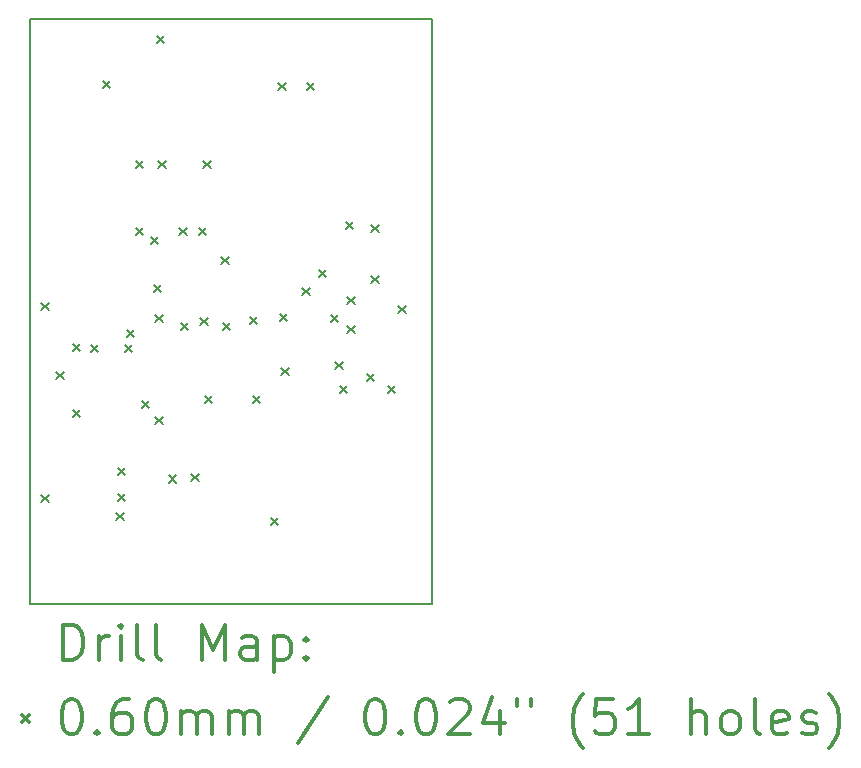
<source format=gbr>
%FSLAX45Y45*%
G04 Gerber Fmt 4.5, Leading zero omitted, Abs format (unit mm)*
G04 Created by KiCad (PCBNEW (5.1.0)-1) date 2019-05-30 14:50:00*
%MOMM*%
%LPD*%
G04 APERTURE LIST*
%ADD10C,0.150000*%
%ADD11C,0.200000*%
%ADD12C,0.300000*%
G04 APERTURE END LIST*
D10*
X13148300Y-12976360D02*
X16551920Y-12976360D01*
X16551920Y-12976360D02*
X16551920Y-8024360D01*
X16551920Y-8024360D02*
X13148300Y-8024360D01*
X13148300Y-8024360D02*
X13148300Y-12976360D01*
D11*
X13242760Y-10429220D02*
X13302760Y-10489220D01*
X13302760Y-10429220D02*
X13242760Y-10489220D01*
X13242760Y-12054820D02*
X13302760Y-12114820D01*
X13302760Y-12054820D02*
X13242760Y-12114820D01*
X13369760Y-11013420D02*
X13429760Y-11073420D01*
X13429760Y-11013420D02*
X13369760Y-11073420D01*
X13509460Y-10772120D02*
X13569460Y-10832120D01*
X13569460Y-10772120D02*
X13509460Y-10832120D01*
X13509460Y-11330920D02*
X13569460Y-11390920D01*
X13569460Y-11330920D02*
X13509460Y-11390920D01*
X13661860Y-10782280D02*
X13721860Y-10842280D01*
X13721860Y-10782280D02*
X13661860Y-10842280D01*
X13763460Y-8549620D02*
X13823460Y-8609620D01*
X13823460Y-8549620D02*
X13763460Y-8609620D01*
X13877760Y-12207220D02*
X13937760Y-12267220D01*
X13937760Y-12207220D02*
X13877760Y-12267220D01*
X13890460Y-11826220D02*
X13950460Y-11886220D01*
X13950460Y-11826220D02*
X13890460Y-11886220D01*
X13890460Y-12042120D02*
X13950460Y-12102120D01*
X13950460Y-12042120D02*
X13890460Y-12102120D01*
X13951420Y-10782280D02*
X14011420Y-10842280D01*
X14011420Y-10782280D02*
X13951420Y-10842280D01*
X13966660Y-10657820D02*
X14026660Y-10717820D01*
X14026660Y-10657820D02*
X13966660Y-10717820D01*
X14042860Y-9222720D02*
X14102860Y-9282720D01*
X14102860Y-9222720D02*
X14042860Y-9282720D01*
X14042860Y-9794220D02*
X14102860Y-9854220D01*
X14102860Y-9794220D02*
X14042860Y-9854220D01*
X14093660Y-11254720D02*
X14153660Y-11314720D01*
X14153660Y-11254720D02*
X14093660Y-11314720D01*
X14169860Y-9870420D02*
X14229860Y-9930420D01*
X14229860Y-9870420D02*
X14169860Y-9930420D01*
X14195260Y-10276820D02*
X14255260Y-10336820D01*
X14255260Y-10276820D02*
X14195260Y-10336820D01*
X14207960Y-10530820D02*
X14267960Y-10590820D01*
X14267960Y-10530820D02*
X14207960Y-10590820D01*
X14207960Y-11394420D02*
X14267960Y-11454420D01*
X14267960Y-11394420D02*
X14207960Y-11454420D01*
X14220660Y-8168620D02*
X14280660Y-8228620D01*
X14280660Y-8168620D02*
X14220660Y-8228620D01*
X14233360Y-9222720D02*
X14293360Y-9282720D01*
X14293360Y-9222720D02*
X14233360Y-9282720D01*
X14322260Y-11887180D02*
X14382260Y-11947180D01*
X14382260Y-11887180D02*
X14322260Y-11947180D01*
X14411160Y-9794220D02*
X14471160Y-9854220D01*
X14471160Y-9794220D02*
X14411160Y-9854220D01*
X14423860Y-10594320D02*
X14483860Y-10654320D01*
X14483860Y-10594320D02*
X14423860Y-10654320D01*
X14512760Y-11877020D02*
X14572760Y-11937020D01*
X14572760Y-11877020D02*
X14512760Y-11937020D01*
X14576260Y-9794220D02*
X14636260Y-9854220D01*
X14636260Y-9794220D02*
X14576260Y-9854220D01*
X14588960Y-10556220D02*
X14648960Y-10616220D01*
X14648960Y-10556220D02*
X14588960Y-10616220D01*
X14614360Y-9222720D02*
X14674360Y-9282720D01*
X14674360Y-9222720D02*
X14614360Y-9282720D01*
X14627060Y-11216620D02*
X14687060Y-11276620D01*
X14687060Y-11216620D02*
X14627060Y-11276620D01*
X14766760Y-10035520D02*
X14826760Y-10095520D01*
X14826760Y-10035520D02*
X14766760Y-10095520D01*
X14779460Y-10594320D02*
X14839460Y-10654320D01*
X14839460Y-10594320D02*
X14779460Y-10654320D01*
X15008060Y-10543520D02*
X15068060Y-10603520D01*
X15068060Y-10543520D02*
X15008060Y-10603520D01*
X15033460Y-11216620D02*
X15093460Y-11276620D01*
X15093460Y-11216620D02*
X15033460Y-11276620D01*
X15185860Y-12245320D02*
X15245860Y-12305320D01*
X15245860Y-12245320D02*
X15185860Y-12305320D01*
X15249360Y-8562320D02*
X15309360Y-8622320D01*
X15309360Y-8562320D02*
X15249360Y-8622320D01*
X15262060Y-10518120D02*
X15322060Y-10578120D01*
X15322060Y-10518120D02*
X15262060Y-10578120D01*
X15274760Y-10975320D02*
X15334760Y-11035320D01*
X15334760Y-10975320D02*
X15274760Y-11035320D01*
X15452560Y-10302220D02*
X15512560Y-10362220D01*
X15512560Y-10302220D02*
X15452560Y-10362220D01*
X15490660Y-8562320D02*
X15550660Y-8622320D01*
X15550660Y-8562320D02*
X15490660Y-8622320D01*
X15592260Y-10149820D02*
X15652260Y-10209820D01*
X15652260Y-10149820D02*
X15592260Y-10209820D01*
X15693860Y-10530820D02*
X15753860Y-10590820D01*
X15753860Y-10530820D02*
X15693860Y-10590820D01*
X15731960Y-10924520D02*
X15791960Y-10984520D01*
X15791960Y-10924520D02*
X15731960Y-10984520D01*
X15770060Y-11127720D02*
X15830060Y-11187720D01*
X15830060Y-11127720D02*
X15770060Y-11187720D01*
X15820860Y-9743420D02*
X15880860Y-9803420D01*
X15880860Y-9743420D02*
X15820860Y-9803420D01*
X15833560Y-10378420D02*
X15893560Y-10438420D01*
X15893560Y-10378420D02*
X15833560Y-10438420D01*
X15833560Y-10619720D02*
X15893560Y-10679720D01*
X15893560Y-10619720D02*
X15833560Y-10679720D01*
X15998660Y-11026120D02*
X16058660Y-11086120D01*
X16058660Y-11026120D02*
X15998660Y-11086120D01*
X16036760Y-9768820D02*
X16096760Y-9828820D01*
X16096760Y-9768820D02*
X16036760Y-9828820D01*
X16036760Y-10200620D02*
X16096760Y-10260620D01*
X16096760Y-10200620D02*
X16036760Y-10260620D01*
X16176460Y-11127720D02*
X16236460Y-11187720D01*
X16236460Y-11127720D02*
X16176460Y-11187720D01*
X16265360Y-10454620D02*
X16325360Y-10514620D01*
X16325360Y-10454620D02*
X16265360Y-10514620D01*
D12*
X13427228Y-13449574D02*
X13427228Y-13149574D01*
X13498657Y-13149574D01*
X13541514Y-13163860D01*
X13570086Y-13192431D01*
X13584371Y-13221003D01*
X13598657Y-13278146D01*
X13598657Y-13321003D01*
X13584371Y-13378146D01*
X13570086Y-13406717D01*
X13541514Y-13435289D01*
X13498657Y-13449574D01*
X13427228Y-13449574D01*
X13727228Y-13449574D02*
X13727228Y-13249574D01*
X13727228Y-13306717D02*
X13741514Y-13278146D01*
X13755800Y-13263860D01*
X13784371Y-13249574D01*
X13812943Y-13249574D01*
X13912943Y-13449574D02*
X13912943Y-13249574D01*
X13912943Y-13149574D02*
X13898657Y-13163860D01*
X13912943Y-13178146D01*
X13927228Y-13163860D01*
X13912943Y-13149574D01*
X13912943Y-13178146D01*
X14098657Y-13449574D02*
X14070086Y-13435289D01*
X14055800Y-13406717D01*
X14055800Y-13149574D01*
X14255800Y-13449574D02*
X14227228Y-13435289D01*
X14212943Y-13406717D01*
X14212943Y-13149574D01*
X14598657Y-13449574D02*
X14598657Y-13149574D01*
X14698657Y-13363860D01*
X14798657Y-13149574D01*
X14798657Y-13449574D01*
X15070086Y-13449574D02*
X15070086Y-13292431D01*
X15055800Y-13263860D01*
X15027228Y-13249574D01*
X14970086Y-13249574D01*
X14941514Y-13263860D01*
X15070086Y-13435289D02*
X15041514Y-13449574D01*
X14970086Y-13449574D01*
X14941514Y-13435289D01*
X14927228Y-13406717D01*
X14927228Y-13378146D01*
X14941514Y-13349574D01*
X14970086Y-13335289D01*
X15041514Y-13335289D01*
X15070086Y-13321003D01*
X15212943Y-13249574D02*
X15212943Y-13549574D01*
X15212943Y-13263860D02*
X15241514Y-13249574D01*
X15298657Y-13249574D01*
X15327228Y-13263860D01*
X15341514Y-13278146D01*
X15355800Y-13306717D01*
X15355800Y-13392431D01*
X15341514Y-13421003D01*
X15327228Y-13435289D01*
X15298657Y-13449574D01*
X15241514Y-13449574D01*
X15212943Y-13435289D01*
X15484371Y-13421003D02*
X15498657Y-13435289D01*
X15484371Y-13449574D01*
X15470086Y-13435289D01*
X15484371Y-13421003D01*
X15484371Y-13449574D01*
X15484371Y-13263860D02*
X15498657Y-13278146D01*
X15484371Y-13292431D01*
X15470086Y-13278146D01*
X15484371Y-13263860D01*
X15484371Y-13292431D01*
X13080800Y-13913860D02*
X13140800Y-13973860D01*
X13140800Y-13913860D02*
X13080800Y-13973860D01*
X13484371Y-13779574D02*
X13512943Y-13779574D01*
X13541514Y-13793860D01*
X13555800Y-13808146D01*
X13570086Y-13836717D01*
X13584371Y-13893860D01*
X13584371Y-13965289D01*
X13570086Y-14022431D01*
X13555800Y-14051003D01*
X13541514Y-14065289D01*
X13512943Y-14079574D01*
X13484371Y-14079574D01*
X13455800Y-14065289D01*
X13441514Y-14051003D01*
X13427228Y-14022431D01*
X13412943Y-13965289D01*
X13412943Y-13893860D01*
X13427228Y-13836717D01*
X13441514Y-13808146D01*
X13455800Y-13793860D01*
X13484371Y-13779574D01*
X13712943Y-14051003D02*
X13727228Y-14065289D01*
X13712943Y-14079574D01*
X13698657Y-14065289D01*
X13712943Y-14051003D01*
X13712943Y-14079574D01*
X13984371Y-13779574D02*
X13927228Y-13779574D01*
X13898657Y-13793860D01*
X13884371Y-13808146D01*
X13855800Y-13851003D01*
X13841514Y-13908146D01*
X13841514Y-14022431D01*
X13855800Y-14051003D01*
X13870086Y-14065289D01*
X13898657Y-14079574D01*
X13955800Y-14079574D01*
X13984371Y-14065289D01*
X13998657Y-14051003D01*
X14012943Y-14022431D01*
X14012943Y-13951003D01*
X13998657Y-13922431D01*
X13984371Y-13908146D01*
X13955800Y-13893860D01*
X13898657Y-13893860D01*
X13870086Y-13908146D01*
X13855800Y-13922431D01*
X13841514Y-13951003D01*
X14198657Y-13779574D02*
X14227228Y-13779574D01*
X14255800Y-13793860D01*
X14270086Y-13808146D01*
X14284371Y-13836717D01*
X14298657Y-13893860D01*
X14298657Y-13965289D01*
X14284371Y-14022431D01*
X14270086Y-14051003D01*
X14255800Y-14065289D01*
X14227228Y-14079574D01*
X14198657Y-14079574D01*
X14170086Y-14065289D01*
X14155800Y-14051003D01*
X14141514Y-14022431D01*
X14127228Y-13965289D01*
X14127228Y-13893860D01*
X14141514Y-13836717D01*
X14155800Y-13808146D01*
X14170086Y-13793860D01*
X14198657Y-13779574D01*
X14427228Y-14079574D02*
X14427228Y-13879574D01*
X14427228Y-13908146D02*
X14441514Y-13893860D01*
X14470086Y-13879574D01*
X14512943Y-13879574D01*
X14541514Y-13893860D01*
X14555800Y-13922431D01*
X14555800Y-14079574D01*
X14555800Y-13922431D02*
X14570086Y-13893860D01*
X14598657Y-13879574D01*
X14641514Y-13879574D01*
X14670086Y-13893860D01*
X14684371Y-13922431D01*
X14684371Y-14079574D01*
X14827228Y-14079574D02*
X14827228Y-13879574D01*
X14827228Y-13908146D02*
X14841514Y-13893860D01*
X14870086Y-13879574D01*
X14912943Y-13879574D01*
X14941514Y-13893860D01*
X14955800Y-13922431D01*
X14955800Y-14079574D01*
X14955800Y-13922431D02*
X14970086Y-13893860D01*
X14998657Y-13879574D01*
X15041514Y-13879574D01*
X15070086Y-13893860D01*
X15084371Y-13922431D01*
X15084371Y-14079574D01*
X15670086Y-13765289D02*
X15412943Y-14151003D01*
X16055800Y-13779574D02*
X16084371Y-13779574D01*
X16112943Y-13793860D01*
X16127228Y-13808146D01*
X16141514Y-13836717D01*
X16155800Y-13893860D01*
X16155800Y-13965289D01*
X16141514Y-14022431D01*
X16127228Y-14051003D01*
X16112943Y-14065289D01*
X16084371Y-14079574D01*
X16055800Y-14079574D01*
X16027228Y-14065289D01*
X16012943Y-14051003D01*
X15998657Y-14022431D01*
X15984371Y-13965289D01*
X15984371Y-13893860D01*
X15998657Y-13836717D01*
X16012943Y-13808146D01*
X16027228Y-13793860D01*
X16055800Y-13779574D01*
X16284371Y-14051003D02*
X16298657Y-14065289D01*
X16284371Y-14079574D01*
X16270086Y-14065289D01*
X16284371Y-14051003D01*
X16284371Y-14079574D01*
X16484371Y-13779574D02*
X16512943Y-13779574D01*
X16541514Y-13793860D01*
X16555800Y-13808146D01*
X16570086Y-13836717D01*
X16584371Y-13893860D01*
X16584371Y-13965289D01*
X16570086Y-14022431D01*
X16555800Y-14051003D01*
X16541514Y-14065289D01*
X16512943Y-14079574D01*
X16484371Y-14079574D01*
X16455800Y-14065289D01*
X16441514Y-14051003D01*
X16427228Y-14022431D01*
X16412943Y-13965289D01*
X16412943Y-13893860D01*
X16427228Y-13836717D01*
X16441514Y-13808146D01*
X16455800Y-13793860D01*
X16484371Y-13779574D01*
X16698657Y-13808146D02*
X16712943Y-13793860D01*
X16741514Y-13779574D01*
X16812943Y-13779574D01*
X16841514Y-13793860D01*
X16855800Y-13808146D01*
X16870086Y-13836717D01*
X16870086Y-13865289D01*
X16855800Y-13908146D01*
X16684371Y-14079574D01*
X16870086Y-14079574D01*
X17127228Y-13879574D02*
X17127228Y-14079574D01*
X17055800Y-13765289D02*
X16984371Y-13979574D01*
X17170086Y-13979574D01*
X17270086Y-13779574D02*
X17270086Y-13836717D01*
X17384371Y-13779574D02*
X17384371Y-13836717D01*
X17827228Y-14193860D02*
X17812943Y-14179574D01*
X17784371Y-14136717D01*
X17770086Y-14108146D01*
X17755800Y-14065289D01*
X17741514Y-13993860D01*
X17741514Y-13936717D01*
X17755800Y-13865289D01*
X17770086Y-13822431D01*
X17784371Y-13793860D01*
X17812943Y-13751003D01*
X17827228Y-13736717D01*
X18084371Y-13779574D02*
X17941514Y-13779574D01*
X17927228Y-13922431D01*
X17941514Y-13908146D01*
X17970086Y-13893860D01*
X18041514Y-13893860D01*
X18070086Y-13908146D01*
X18084371Y-13922431D01*
X18098657Y-13951003D01*
X18098657Y-14022431D01*
X18084371Y-14051003D01*
X18070086Y-14065289D01*
X18041514Y-14079574D01*
X17970086Y-14079574D01*
X17941514Y-14065289D01*
X17927228Y-14051003D01*
X18384371Y-14079574D02*
X18212943Y-14079574D01*
X18298657Y-14079574D02*
X18298657Y-13779574D01*
X18270086Y-13822431D01*
X18241514Y-13851003D01*
X18212943Y-13865289D01*
X18741514Y-14079574D02*
X18741514Y-13779574D01*
X18870086Y-14079574D02*
X18870086Y-13922431D01*
X18855800Y-13893860D01*
X18827228Y-13879574D01*
X18784371Y-13879574D01*
X18755800Y-13893860D01*
X18741514Y-13908146D01*
X19055800Y-14079574D02*
X19027228Y-14065289D01*
X19012943Y-14051003D01*
X18998657Y-14022431D01*
X18998657Y-13936717D01*
X19012943Y-13908146D01*
X19027228Y-13893860D01*
X19055800Y-13879574D01*
X19098657Y-13879574D01*
X19127228Y-13893860D01*
X19141514Y-13908146D01*
X19155800Y-13936717D01*
X19155800Y-14022431D01*
X19141514Y-14051003D01*
X19127228Y-14065289D01*
X19098657Y-14079574D01*
X19055800Y-14079574D01*
X19327228Y-14079574D02*
X19298657Y-14065289D01*
X19284371Y-14036717D01*
X19284371Y-13779574D01*
X19555800Y-14065289D02*
X19527228Y-14079574D01*
X19470086Y-14079574D01*
X19441514Y-14065289D01*
X19427228Y-14036717D01*
X19427228Y-13922431D01*
X19441514Y-13893860D01*
X19470086Y-13879574D01*
X19527228Y-13879574D01*
X19555800Y-13893860D01*
X19570086Y-13922431D01*
X19570086Y-13951003D01*
X19427228Y-13979574D01*
X19684371Y-14065289D02*
X19712943Y-14079574D01*
X19770086Y-14079574D01*
X19798657Y-14065289D01*
X19812943Y-14036717D01*
X19812943Y-14022431D01*
X19798657Y-13993860D01*
X19770086Y-13979574D01*
X19727228Y-13979574D01*
X19698657Y-13965289D01*
X19684371Y-13936717D01*
X19684371Y-13922431D01*
X19698657Y-13893860D01*
X19727228Y-13879574D01*
X19770086Y-13879574D01*
X19798657Y-13893860D01*
X19912943Y-14193860D02*
X19927228Y-14179574D01*
X19955800Y-14136717D01*
X19970086Y-14108146D01*
X19984371Y-14065289D01*
X19998657Y-13993860D01*
X19998657Y-13936717D01*
X19984371Y-13865289D01*
X19970086Y-13822431D01*
X19955800Y-13793860D01*
X19927228Y-13751003D01*
X19912943Y-13736717D01*
M02*

</source>
